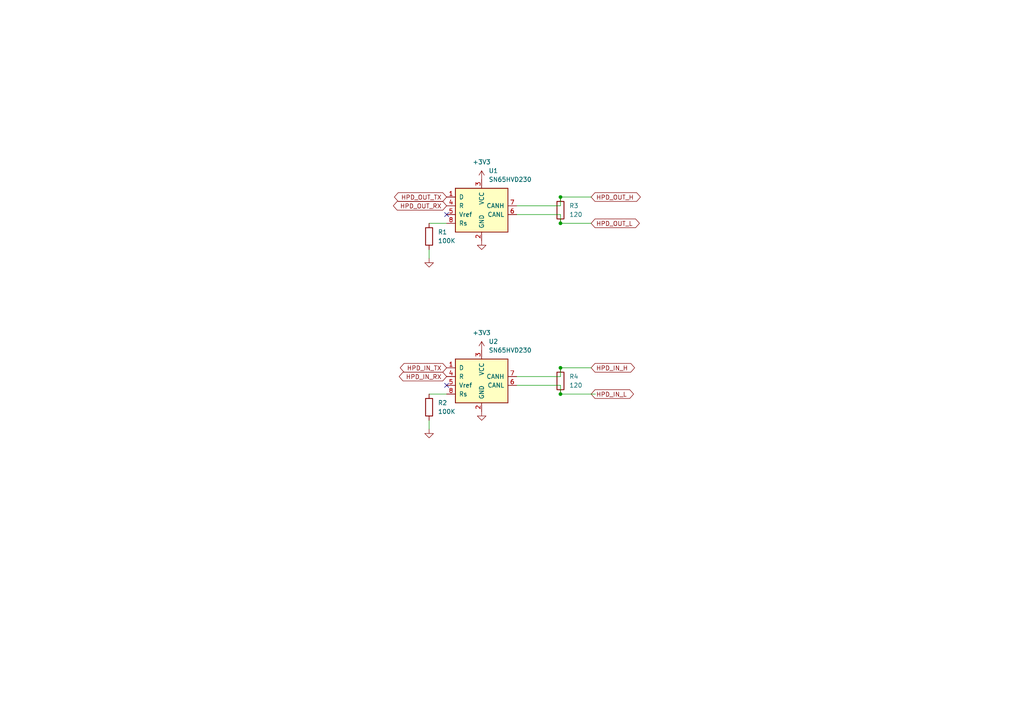
<source format=kicad_sch>
(kicad_sch (version 20211123) (generator eeschema)
  (paper "A4")
  (lib_symbols
    (symbol "Device:R" (pin_numbers hide) (pin_names (offset 0))
      (property "Reference" "R" (at 2.032 0 90))
      (property "Value" "R" (at 0 0 90))
      (symbol "R_0_1"
        (rectangle (start -1.016 -2.54) (end 1.016 2.54) (stroke (width 0.254)))
      )
      (symbol "R_1_1"
        (pin passive line (at 0 3.81 270) (length 1.27) (name "~") (number "1"))
        (pin passive line (at 0 -3.81 90) (length 1.27) (name "~") (number "2"))
      )
    )
    (symbol "Interface_CAN_LIN:SN65HVD230" (pin_names (offset 1.016))
      (property "Reference" "U" (at -2.54 10.16 0))
      (property "Value" "SN65HVD230" (at -2.54 7.62 0))
      (symbol "SN65HVD230_0_1"
        (rectangle (start -7.62 5.08) (end 7.62 -7.62) (stroke (width 0.254)) (fill (type background)))
      )
      (symbol "SN65HVD230_1_1"
        (pin input line (at -10.16 2.54 0) (length 2.54) (name "D") (number "1"))
        (pin power_in line (at 0 -10.16 90) (length 2.54) (name "GND") (number "2"))
        (pin power_in line (at 0 7.62 270) (length 2.54) (name "VCC") (number "3"))
        (pin output line (at -10.16 0 0) (length 2.54) (name "R") (number "4"))
        (pin output line (at -10.16 -2.54 0) (length 2.54) (name "Vref") (number "5"))
        (pin bidirectional line (at 10.16 -2.54 180) (length 2.54) (name "CANL") (number "6"))
        (pin bidirectional line (at 10.16 0 180) (length 2.54) (name "CANH") (number "7"))
        (pin input line (at -10.16 -5.08 0) (length 2.54) (name "Rs") (number "8"))
      )
    )
    (symbol "power:+3V3" (power) (pin_names (offset 0))
      (property "Value" "+3V3" (at 0 3.556 0))
      (symbol "+3V3_0_1"
        (polyline (pts (xy -0.762 1.27) (xy 0 2.54)))
        (polyline (pts (xy 0 0) (xy 0 2.54)))
        (polyline (pts (xy 0 2.54) (xy 0.762 1.27)))
      )
      (symbol "+3V3_1_1"
        (pin power_in line (at 0 0 90) (length 0) hide (name "+3V3") (number "1"))
      )
    )
    (symbol "power:GND" (power) (pin_names (offset 0))
      (property "Value" "GND" (at 0 -3.81 0))
      (symbol "GND_0_1"
        (polyline (pts (xy 0 0) (xy 0 -1.27) (xy 1.27 -1.27) (xy 0 -2.54) (xy -1.27 -1.27) (xy 0 -1.27)))
      )
      (symbol "GND_1_1"
        (pin power_in line (at 0 0 270) (length 0) hide (name "GND") (number "1"))
      )
    )
  )
  (junction (at 162.56 57.15))
  (junction (at 162.56 114.3))
  (junction (at 162.56 106.68))
  (junction (at 162.56 64.77))
  (no_connect (at 129.54 111.76))
  (no_connect (at 129.54 62.23))
  (wire (pts (xy 162.56 59.69) (xy 162.56 57.15)))
  (wire (pts (xy 162.56 62.23) (xy 149.86 62.23)))
  (wire (pts (xy 162.56 57.15) (xy 171.45 57.15)))
  (wire (pts (xy 162.56 64.77) (xy 171.45 64.77)))
  (wire (pts (xy 162.56 114.3) (xy 162.56 111.76)))
  (wire (pts (xy 162.56 106.68) (xy 171.45 106.68)))
  (wire (pts (xy 124.46 114.3) (xy 129.54 114.3)))
  (wire (pts (xy 149.86 59.69) (xy 162.56 59.69)))
  (wire (pts (xy 162.56 114.3) (xy 172.72 114.3)))
  (wire (pts (xy 124.46 64.77) (xy 129.54 64.77)))
  (wire (pts (xy 124.46 121.92) (xy 124.46 124.46)))
  (wire (pts (xy 162.56 111.76) (xy 149.86 111.76)))
  (wire (pts (xy 124.46 72.39) (xy 124.46 74.93)))
  (wire (pts (xy 162.56 64.77) (xy 162.56 62.23)))
  (wire (pts (xy 162.56 109.22) (xy 162.56 106.68)))
  (wire (pts (xy 149.86 109.22) (xy 162.56 109.22)))
  (global_label "HPD_OUT_TX" (shape bidirectional) (at 129.54 57.15 180) (property "Intersheet References" "${INTERSHEET_REFS}" (effects hide)))
  (global_label "HPD_OUT_RX" (shape bidirectional) (at 129.54 59.69 180) (property "Intersheet References" "${INTERSHEET_REFS}" (effects hide)))
  (global_label "HPD_IN_L" (shape bidirectional) (at 171.45 114.3 0) (property "Intersheet References" "${INTERSHEET_REFS}" (effects hide)))
  (global_label "HPD_IN_H" (shape bidirectional) (at 171.45 106.68 0) (property "Intersheet References" "${INTERSHEET_REFS}" (effects hide)))
  (global_label "HPD_IN_RX" (shape bidirectional) (at 129.54 109.22 180) (property "Intersheet References" "${INTERSHEET_REFS}" (effects hide)))
  (global_label "HPD_OUT_L" (shape bidirectional) (at 171.45 64.77 0) (property "Intersheet References" "${INTERSHEET_REFS}" (effects hide)))
  (global_label "HPD_OUT_H" (shape bidirectional) (at 171.45 57.15 0) (property "Intersheet References" "${INTERSHEET_REFS}" (effects hide)))
  (global_label "HPD_IN_TX" (shape bidirectional) (at 129.54 106.68 180) (property "Intersheet References" "${INTERSHEET_REFS}" (effects hide)))
  (symbol (lib_id "power:GND") (at 139.7 119.38 0) (unit 1)
    (property "Reference" "#PWR06" (effects hide))
    (property "Value" "GND" (effects hide))
  )
  (symbol (lib_id "Interface_CAN_LIN:SN65HVD230") (at 139.7 109.22 0) (unit 1)
    (property "Reference" "U2" (at 141.7194 99.06 0) (effects (justify left)))
    (property "Value" "SN65HVD230" (at 141.7194 101.6 0) (effects (justify left)))
    (property "Footprint" "Package_SO:SOIC-8_3.9x4.9mm_P1.27mm" (effects hide))
    (property "Datasheet" "http://www.ti.com/lit/ds/symlink/sn65hvd230.pdf" (effects hide))
  )
  (symbol (lib_id "power:+3V3") (at 139.7 52.07 0) (unit 1)
    (property "Reference" "#PWR03" (effects hide))
    (property "Value" "+3V3" (at 139.7 46.99 0))
  )
  (symbol (lib_id "Device:R") (at 124.46 118.11 0) (unit 1)
    (property "Reference" "R2" (at 127 116.8399 0) (effects (justify left)))
    (property "Value" "100K" (at 127 119.3799 0) (effects (justify left)))
    (property "Footprint" "Resistor_SMD:R_0805_2012Metric" (effects hide))
  )
  (symbol (lib_id "Interface_CAN_LIN:SN65HVD230") (at 139.7 59.69 0) (unit 1)
    (property "Reference" "U1" (at 141.7194 49.53 0) (effects (justify left)))
    (property "Value" "SN65HVD230" (at 141.7194 52.07 0) (effects (justify left)))
    (property "Footprint" "Package_SO:SOIC-8_3.9x4.9mm_P1.27mm" (effects hide))
    (property "Datasheet" "http://www.ti.com/lit/ds/symlink/sn65hvd230.pdf" (effects hide))
  )
  (symbol (lib_id "power:GND") (at 139.7 69.85 0) (unit 1)
    (property "Reference" "#PWR04" (effects hide))
    (property "Value" "GND" (effects hide))
  )
  (symbol (lib_id "power:+3V3") (at 139.7 101.6 0) (unit 1)
    (property "Reference" "#PWR05" (effects hide))
    (property "Value" "+3V3" (at 139.7 96.52 0))
  )
  (symbol (lib_id "Device:R") (at 162.56 110.49 0) (unit 1)
    (property "Reference" "R4" (at 165.1 109.2199 0) (effects (justify left)))
    (property "Value" "120" (at 165.1 111.7599 0) (effects (justify left)))
    (property "Footprint" "Resistor_SMD:R_1206_3216Metric" (effects hide))
  )
  (symbol (lib_id "power:GND") (at 124.46 74.93 0) (unit 1)
    (property "Reference" "#PWR01" (effects hide))
    (property "Value" "GND" (effects hide))
  )
  (symbol (lib_id "Device:R") (at 124.46 68.58 0) (unit 1)
    (property "Reference" "R1" (at 127 67.3099 0) (effects (justify left)))
    (property "Value" "100K" (at 127 69.8499 0) (effects (justify left)))
    (property "Footprint" "Resistor_SMD:R_0805_2012Metric" (effects hide))
  )
  (symbol (lib_id "power:GND") (at 124.46 124.46 0) (unit 1)
    (property "Reference" "#PWR02" (effects hide))
    (property "Value" "GND" (effects hide))
  )
  (symbol (lib_id "Device:R") (at 162.56 60.96 0) (unit 1)
    (property "Reference" "R3" (at 165.1 59.6899 0) (effects (justify left)))
    (property "Value" "120" (at 165.1 62.2299 0) (effects (justify left)))
    (property "Footprint" "Resistor_SMD:R_1206_3216Metric" (effects hide))
  )
)
</source>
